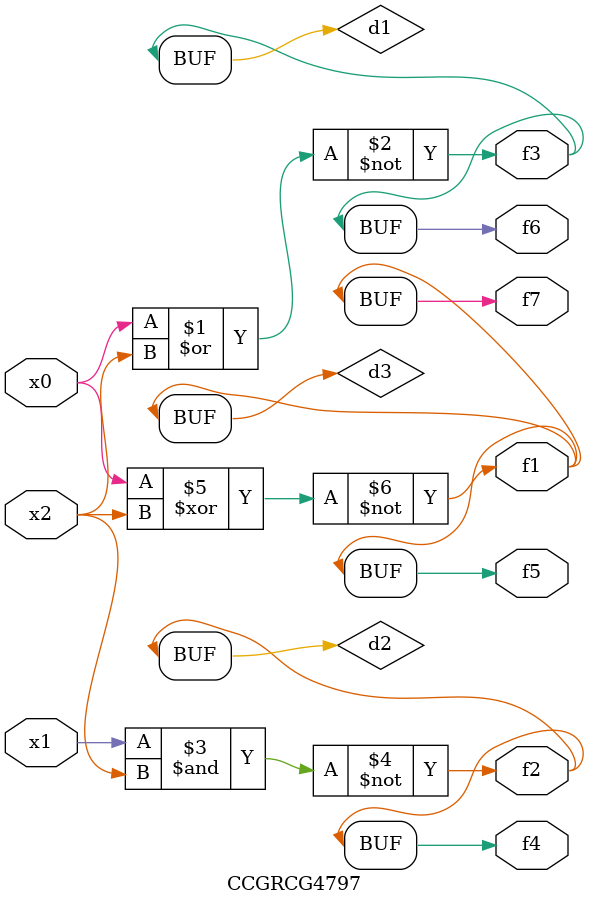
<source format=v>
module CCGRCG4797(
	input x0, x1, x2,
	output f1, f2, f3, f4, f5, f6, f7
);

	wire d1, d2, d3;

	nor (d1, x0, x2);
	nand (d2, x1, x2);
	xnor (d3, x0, x2);
	assign f1 = d3;
	assign f2 = d2;
	assign f3 = d1;
	assign f4 = d2;
	assign f5 = d3;
	assign f6 = d1;
	assign f7 = d3;
endmodule

</source>
